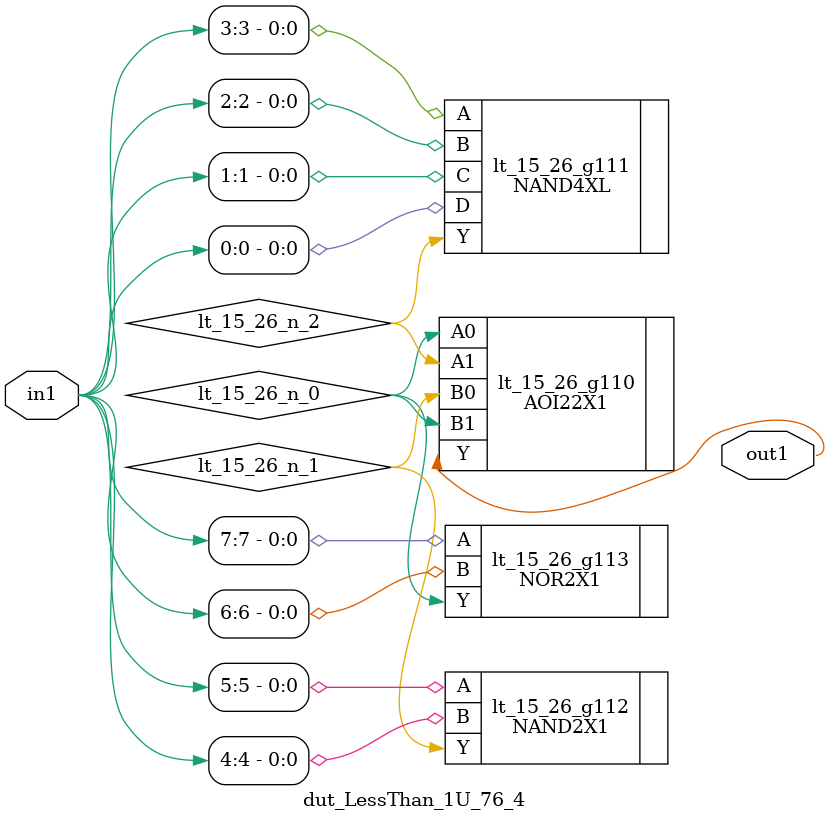
<source format=v>
`timescale 1ps / 1ps


module dut_LessThan_1U_76_4(in1, out1);
  input [7:0] in1;
  output out1;
  wire [7:0] in1;
  wire out1;
  wire lt_15_26_n_0, lt_15_26_n_1, lt_15_26_n_2;
  AOI22X1 lt_15_26_g110(.A0 (lt_15_26_n_0), .A1 (lt_15_26_n_2), .B0
       (lt_15_26_n_1), .B1 (lt_15_26_n_0), .Y (out1));
  NAND4XL lt_15_26_g111(.A (in1[3]), .B (in1[2]), .C (in1[1]), .D
       (in1[0]), .Y (lt_15_26_n_2));
  NAND2X1 lt_15_26_g112(.A (in1[5]), .B (in1[4]), .Y (lt_15_26_n_1));
  NOR2X1 lt_15_26_g113(.A (in1[7]), .B (in1[6]), .Y (lt_15_26_n_0));
endmodule



</source>
